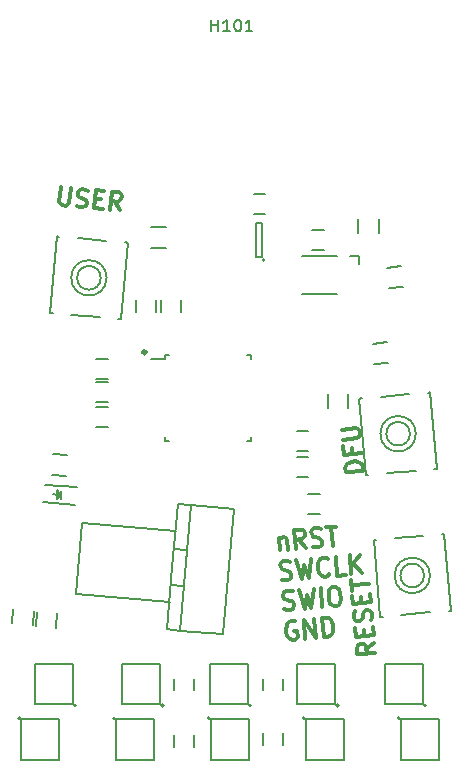
<source format=gto>
G04 #@! TF.FileFunction,Legend,Top*
%FSLAX46Y46*%
G04 Gerber Fmt 4.6, Leading zero omitted, Abs format (unit mm)*
G04 Created by KiCad (PCBNEW 4.0.2-stable) date Thursday, February 23, 2017 'PMt' 11:52:06 PM*
%MOMM*%
G01*
G04 APERTURE LIST*
%ADD10C,0.100000*%
%ADD11C,0.300000*%
%ADD12C,0.150000*%
%ADD13C,0.200000*%
G04 APERTURE END LIST*
D10*
D11*
X77741421Y-108100000D02*
G75*
G03X77741421Y-108100000I-141421J0D01*
G01*
X97065864Y-132711140D02*
X96397875Y-133271491D01*
X97140569Y-133565021D02*
X95646277Y-133695754D01*
X95596473Y-133126501D01*
X95655180Y-132977961D01*
X95720112Y-132900579D01*
X95856200Y-132816971D01*
X96069669Y-132798295D01*
X96218209Y-132857002D01*
X96295590Y-132921932D01*
X96379199Y-133058021D01*
X96429002Y-133627275D01*
X96227111Y-132139208D02*
X96183533Y-131641111D01*
X96947581Y-131359161D02*
X97009835Y-132070729D01*
X95515543Y-132201462D01*
X95453289Y-131489894D01*
X96826622Y-130796133D02*
X96879102Y-130576437D01*
X96847974Y-130220653D01*
X96764367Y-130084565D01*
X96686985Y-130019633D01*
X96538446Y-129960928D01*
X96396133Y-129973378D01*
X96260045Y-130056985D01*
X96195113Y-130134368D01*
X96136408Y-130282907D01*
X96090152Y-130573759D01*
X96031447Y-130722299D01*
X95966515Y-130799680D01*
X95830427Y-130883288D01*
X95688113Y-130895739D01*
X95539575Y-130837033D01*
X95462192Y-130772102D01*
X95378584Y-130636013D01*
X95347457Y-130280230D01*
X95399938Y-130060534D01*
X95984320Y-129364095D02*
X95940742Y-128865997D01*
X96704790Y-128584047D02*
X96767044Y-129295615D01*
X95272752Y-129426349D01*
X95210498Y-128714781D01*
X95173146Y-128287841D02*
X95098441Y-127433959D01*
X96630085Y-127730166D02*
X95135793Y-127860900D01*
X70509949Y-94157582D02*
X70404117Y-95367247D01*
X70462823Y-95515786D01*
X70527754Y-95593169D01*
X70663842Y-95676776D01*
X70948469Y-95701677D01*
X71097009Y-95642972D01*
X71174391Y-95578040D01*
X71257999Y-95441952D01*
X71363831Y-94232287D01*
X71879733Y-95711452D02*
X72086978Y-95801284D01*
X72442762Y-95832411D01*
X72591301Y-95773706D01*
X72668684Y-95708774D01*
X72752291Y-95572686D01*
X72764741Y-95430373D01*
X72706036Y-95281834D01*
X72641104Y-95204451D01*
X72505016Y-95120844D01*
X72226615Y-95024785D01*
X72090526Y-94941178D01*
X72025595Y-94863796D01*
X71966889Y-94715257D01*
X71979340Y-94572943D01*
X72062948Y-94436856D01*
X72140329Y-94371924D01*
X72288869Y-94313217D01*
X72644652Y-94344344D01*
X72851897Y-94434178D01*
X73436279Y-95130617D02*
X73934377Y-95174195D01*
X74079368Y-95975595D02*
X73367800Y-95913341D01*
X73498533Y-94419049D01*
X74210101Y-94481303D01*
X75573660Y-96106329D02*
X75137816Y-95351184D01*
X74719778Y-96031624D02*
X74850512Y-94537332D01*
X75419766Y-94587135D01*
X75555855Y-94670743D01*
X75620785Y-94748126D01*
X75679492Y-94896665D01*
X75660816Y-95110134D01*
X75577207Y-95246223D01*
X75499826Y-95311154D01*
X75351286Y-95369860D01*
X74782032Y-95320057D01*
X96134737Y-118155356D02*
X94640445Y-118286089D01*
X94609318Y-117930305D01*
X94661799Y-117710610D01*
X94791661Y-117555845D01*
X94927749Y-117472238D01*
X95206151Y-117376179D01*
X95419621Y-117357503D01*
X95710474Y-117403758D01*
X95859013Y-117462464D01*
X96013777Y-117592327D01*
X96103610Y-117799572D01*
X96134737Y-118155356D01*
X95177701Y-116231446D02*
X95221279Y-116729543D01*
X96004003Y-116661064D02*
X94509711Y-116791797D01*
X94447457Y-116080229D01*
X94397654Y-115510976D02*
X95607319Y-115405144D01*
X95743407Y-115321537D01*
X95808339Y-115244154D01*
X95867044Y-115095615D01*
X95842143Y-114810988D01*
X95758535Y-114674899D01*
X95681153Y-114609969D01*
X95532614Y-114551262D01*
X94322949Y-114657094D01*
X88993839Y-123831819D02*
X89086805Y-124894427D01*
X89007120Y-123983620D02*
X89071636Y-123901493D01*
X89207310Y-123813142D01*
X89420779Y-123794466D01*
X89569733Y-123857915D01*
X89654171Y-124003491D01*
X89727216Y-124838398D01*
X91292665Y-124701439D02*
X90728163Y-123986011D01*
X90438784Y-124776144D02*
X90299335Y-123182232D01*
X90868588Y-123132429D01*
X91017543Y-123195878D01*
X91095340Y-123265553D01*
X91179778Y-123411129D01*
X91199699Y-123638831D01*
X91141823Y-123796857D01*
X91077307Y-123878983D01*
X90941633Y-123967335D01*
X90372379Y-124017138D01*
X91855278Y-124575735D02*
X92075389Y-124632959D01*
X92431173Y-124601832D01*
X92566846Y-124513480D01*
X92631363Y-124431355D01*
X92689238Y-124273328D01*
X92675957Y-124121527D01*
X92591520Y-123975951D01*
X92513723Y-123906276D01*
X92364769Y-123842827D01*
X92073502Y-123791827D01*
X91924547Y-123728378D01*
X91846750Y-123658702D01*
X91762312Y-123513127D01*
X91749031Y-123361325D01*
X91806907Y-123203299D01*
X91871423Y-123121173D01*
X92007097Y-123032822D01*
X92362880Y-123001695D01*
X92582991Y-123058919D01*
X93003291Y-122945667D02*
X93857172Y-122870962D01*
X93569681Y-124502226D02*
X93430232Y-122908314D01*
X89230383Y-127355086D02*
X89450495Y-127412311D01*
X89806279Y-127381184D01*
X89941951Y-127292832D01*
X90006468Y-127210706D01*
X90064344Y-127052680D01*
X90051063Y-126900879D01*
X89966626Y-126755303D01*
X89888828Y-126685627D01*
X89739874Y-126622178D01*
X89448607Y-126571179D01*
X89299652Y-126507729D01*
X89221855Y-126438054D01*
X89137417Y-126292478D01*
X89124136Y-126140677D01*
X89182013Y-125982650D01*
X89246529Y-125900525D01*
X89382203Y-125812174D01*
X89737986Y-125781047D01*
X89958096Y-125838271D01*
X90449553Y-125718793D02*
X90944787Y-127281577D01*
X91129807Y-126118167D01*
X91514040Y-127231774D01*
X91730375Y-125606735D01*
X93279679Y-126924338D02*
X93215162Y-127006463D01*
X93008332Y-127101040D01*
X92866019Y-127113491D01*
X92645909Y-127056266D01*
X92490313Y-126916916D01*
X92405876Y-126771340D01*
X92308157Y-126473963D01*
X92288236Y-126246262D01*
X92332832Y-125936434D01*
X92390707Y-125778408D01*
X92519740Y-125614156D01*
X92726570Y-125519580D01*
X92868883Y-125507129D01*
X93088994Y-125564353D01*
X93166792Y-125634027D01*
X94644939Y-126957856D02*
X93933371Y-127020110D01*
X93793922Y-125426198D01*
X95143036Y-126914278D02*
X95003587Y-125320366D01*
X95996917Y-126839573D02*
X95276821Y-125984795D01*
X95857468Y-125245662D02*
X95083272Y-126231172D01*
X89451759Y-129885421D02*
X89671871Y-129942646D01*
X90027655Y-129911519D01*
X90163327Y-129823167D01*
X90227844Y-129741041D01*
X90285720Y-129583015D01*
X90272439Y-129431214D01*
X90188002Y-129285638D01*
X90110204Y-129215962D01*
X89961250Y-129152513D01*
X89669983Y-129101514D01*
X89521028Y-129038064D01*
X89443231Y-128968389D01*
X89358793Y-128822813D01*
X89345512Y-128671012D01*
X89403389Y-128512985D01*
X89467905Y-128430860D01*
X89603579Y-128342509D01*
X89959362Y-128311382D01*
X90179472Y-128368606D01*
X90670929Y-128249128D02*
X91166163Y-129811912D01*
X91351183Y-128648502D01*
X91735416Y-129762109D01*
X91951751Y-128137070D01*
X92660455Y-129681179D02*
X92521005Y-128087267D01*
X93517200Y-128000111D02*
X93801827Y-127975210D01*
X93950782Y-128038659D01*
X94106376Y-128178009D01*
X94204094Y-128475386D01*
X94250577Y-129006690D01*
X94205983Y-129316517D01*
X94076950Y-129480769D01*
X93941276Y-129569121D01*
X93656649Y-129594023D01*
X93507695Y-129530573D01*
X93352101Y-129391222D01*
X93254382Y-129093845D01*
X93207899Y-128562542D01*
X93252495Y-128252714D01*
X93381527Y-128088462D01*
X93517200Y-128000111D01*
X90400848Y-130898941D02*
X90251895Y-130835491D01*
X90038424Y-130854168D01*
X89831595Y-130948744D01*
X89702561Y-131112996D01*
X89644686Y-131271022D01*
X89600091Y-131580850D01*
X89620012Y-131808551D01*
X89717731Y-132105928D01*
X89802168Y-132251504D01*
X89957763Y-132390854D01*
X90177873Y-132448079D01*
X90320187Y-132435628D01*
X90527017Y-132341051D01*
X90591534Y-132258926D01*
X90545050Y-131727621D01*
X90260423Y-131752523D01*
X91245225Y-132354698D02*
X91105776Y-130760786D01*
X92099107Y-132279993D01*
X91959657Y-130686082D01*
X92810674Y-132217739D02*
X92671225Y-130623827D01*
X93027009Y-130592700D01*
X93247119Y-130649924D01*
X93402714Y-130789275D01*
X93487152Y-130934850D01*
X93584870Y-131232227D01*
X93604792Y-131459928D01*
X93560196Y-131769756D01*
X93502321Y-131927783D01*
X93373288Y-132092035D01*
X93166458Y-132186612D01*
X92810674Y-132217739D01*
D12*
X79000000Y-103700000D02*
X79000000Y-104700000D01*
X80700000Y-104700000D02*
X80700000Y-103700000D01*
D13*
X71780391Y-128560206D02*
X79749949Y-129257452D01*
X72303326Y-122583038D02*
X80272883Y-123280284D01*
X72303326Y-122583038D02*
X71780391Y-128560206D01*
D12*
X79830773Y-127782885D02*
X80969424Y-127882504D01*
X80096424Y-124746484D02*
X81235074Y-124846103D01*
X81567138Y-121050601D02*
X85236123Y-121371595D01*
X85236123Y-121371595D02*
X84306345Y-131999000D01*
X84306345Y-131999000D02*
X80637360Y-131678006D01*
X80428487Y-120950982D02*
X81567138Y-121050601D01*
X81567138Y-121050601D02*
X80637360Y-131678006D01*
X80637360Y-131678006D02*
X79498710Y-131578387D01*
X79963599Y-126264684D02*
X79498710Y-131578387D01*
X79963599Y-126264684D02*
X80428487Y-120950982D01*
X91500000Y-121850000D02*
X92500000Y-121850000D01*
X92500000Y-120150000D02*
X91500000Y-120150000D01*
X73500000Y-110350000D02*
X74500000Y-110350000D01*
X74500000Y-108650000D02*
X73500000Y-108650000D01*
X73550000Y-114450000D02*
X74550000Y-114450000D01*
X74550000Y-112750000D02*
X73550000Y-112750000D01*
X76900000Y-103700000D02*
X76900000Y-104700000D01*
X78600000Y-104700000D02*
X78600000Y-103700000D01*
X73550000Y-112350000D02*
X74550000Y-112350000D01*
X74550000Y-110650000D02*
X73550000Y-110650000D01*
X91800000Y-99450000D02*
X92800000Y-99450000D01*
X92800000Y-97750000D02*
X91800000Y-97750000D01*
X87850000Y-94750000D02*
X86850000Y-94750000D01*
X86850000Y-96450000D02*
X87850000Y-96450000D01*
X71863559Y-119555888D02*
X69173834Y-119320568D01*
X71732826Y-121050180D02*
X69043100Y-120814860D01*
X70316974Y-120022871D02*
X70295185Y-120271920D01*
X70295185Y-120271920D02*
X70457687Y-120135564D01*
X70522445Y-120542758D02*
X70583454Y-119845421D01*
X70204281Y-120163585D02*
X69855613Y-120133080D01*
X70552949Y-120194090D02*
X70173776Y-120512253D01*
X70173776Y-120512253D02*
X70234786Y-119814917D01*
X70234786Y-119814917D02*
X70552949Y-120194090D01*
X95800000Y-100000000D02*
X95800000Y-100650000D01*
X95050000Y-100000000D02*
X95800000Y-100000000D01*
X90950000Y-100000000D02*
X93950000Y-100000000D01*
X93950000Y-103200000D02*
X90950000Y-103200000D01*
X96926022Y-107380623D02*
X98121456Y-107276036D01*
X98273978Y-109019377D02*
X97078544Y-109123964D01*
X79400000Y-99275000D02*
X78200000Y-99275000D01*
X78200000Y-97525000D02*
X79400000Y-97525000D01*
X70944846Y-118583115D02*
X69749412Y-118478528D01*
X69901934Y-116735187D02*
X71097368Y-116839774D01*
X98146821Y-100952494D02*
X99342255Y-100847907D01*
X99494777Y-102591248D02*
X98299343Y-102695835D01*
X97475000Y-96800000D02*
X97475000Y-98000000D01*
X95725000Y-98000000D02*
X95725000Y-96800000D01*
X79375000Y-108375000D02*
X79375000Y-108675000D01*
X86625000Y-108375000D02*
X86625000Y-108675000D01*
X86625000Y-115625000D02*
X86625000Y-115325000D01*
X79375000Y-115625000D02*
X79375000Y-115325000D01*
X79375000Y-108375000D02*
X79675000Y-108375000D01*
X79375000Y-115625000D02*
X79675000Y-115625000D01*
X86625000Y-115625000D02*
X86325000Y-115625000D01*
X86625000Y-108375000D02*
X86325000Y-108375000D01*
X79375000Y-108675000D02*
X78150000Y-108675000D01*
X87800000Y-100300000D02*
G75*
G03X87800000Y-100300000I-100000J0D01*
G01*
X87050000Y-100050000D02*
X87550000Y-100050000D01*
X87050000Y-97150000D02*
X87050000Y-100050000D01*
X87550000Y-97150000D02*
X87050000Y-97150000D01*
X87550000Y-100050000D02*
X87550000Y-97150000D01*
X91500000Y-114750000D02*
X90500000Y-114750000D01*
X90500000Y-116450000D02*
X91500000Y-116450000D01*
X91500000Y-116950000D02*
X90500000Y-116950000D01*
X90500000Y-118650000D02*
X91500000Y-118650000D01*
X81850000Y-141550000D02*
X81850000Y-140550000D01*
X80150000Y-140550000D02*
X80150000Y-141550000D01*
X89350000Y-141350000D02*
X89350000Y-140350000D01*
X87650000Y-140350000D02*
X87650000Y-141350000D01*
X80150000Y-135750000D02*
X80150000Y-136750000D01*
X81850000Y-136750000D02*
X81850000Y-135750000D01*
X93125000Y-112850000D02*
X93125000Y-111650000D01*
X94875000Y-111650000D02*
X94875000Y-112850000D01*
X70241166Y-130224929D02*
X70136579Y-131420363D01*
X68393238Y-131267841D02*
X68497825Y-130072407D01*
X68241166Y-130024929D02*
X68136579Y-131220363D01*
X66393238Y-131067841D02*
X66497825Y-129872407D01*
X103560559Y-129988916D02*
X103361320Y-130006347D01*
X97583391Y-130511850D02*
X97782630Y-130494419D01*
X97016879Y-124036584D02*
X97216118Y-124019153D01*
X102994047Y-123513650D02*
X102794808Y-123531081D01*
X101200896Y-123670530D02*
X98810029Y-123879704D01*
X101767409Y-130145796D02*
X99376542Y-130354970D01*
X103560559Y-129988916D02*
X102994047Y-123513650D01*
X97016879Y-124036584D02*
X97583391Y-130511850D01*
X101288719Y-127012750D02*
G75*
G03X101288719Y-127012750I-1000000J0D01*
G01*
X101788719Y-127012750D02*
G75*
G03X101788719Y-127012750I-1500000J0D01*
G01*
X95816879Y-112036584D02*
X96016118Y-112019153D01*
X101794047Y-111513650D02*
X101594808Y-111531081D01*
X102360559Y-117988916D02*
X102161320Y-118006347D01*
X96383391Y-118511850D02*
X96582630Y-118494419D01*
X98176542Y-118354970D02*
X100567409Y-118145796D01*
X97610029Y-111879704D02*
X100000896Y-111670530D01*
X95816879Y-112036584D02*
X96383391Y-118511850D01*
X102360559Y-117988916D02*
X101794047Y-111513650D01*
X100088719Y-115012750D02*
G75*
G03X100088719Y-115012750I-1000000J0D01*
G01*
X100588719Y-115012750D02*
G75*
G03X100588719Y-115012750I-1500000J0D01*
G01*
X75616609Y-105311850D02*
X75417370Y-105294419D01*
X69639441Y-104788916D02*
X69838680Y-104806347D01*
X70205953Y-98313650D02*
X70405192Y-98331081D01*
X76183121Y-98836584D02*
X75983882Y-98819153D01*
X74389971Y-98679704D02*
X71999104Y-98470530D01*
X73823458Y-105154970D02*
X71432591Y-104945796D01*
X75616609Y-105311850D02*
X76183121Y-98836584D01*
X70205953Y-98313650D02*
X69639441Y-104788916D01*
X73911281Y-101812750D02*
G75*
G03X73911281Y-101812750I-1000000J0D01*
G01*
X74411281Y-101812750D02*
G75*
G03X74411281Y-101812750I-1500000J0D01*
G01*
X86351110Y-134530000D02*
X86351110Y-137930000D01*
X83151110Y-134530000D02*
X86351110Y-134530000D01*
X83151110Y-137930000D02*
X83151110Y-134530000D01*
X86351110Y-137930000D02*
X83151110Y-137930000D01*
D13*
X86651110Y-138030000D02*
G75*
G03X86651110Y-138030000I-100000J0D01*
G01*
D12*
X67200000Y-142600000D02*
X67200000Y-139200000D01*
X70400000Y-142600000D02*
X67200000Y-142600000D01*
X70400000Y-139200000D02*
X70400000Y-142600000D01*
X67200000Y-139200000D02*
X70400000Y-139200000D01*
D13*
X67100000Y-139100000D02*
G75*
G03X67100000Y-139100000I-100000J0D01*
G01*
D12*
X101162220Y-134530000D02*
X101162220Y-137930000D01*
X97962220Y-134530000D02*
X101162220Y-134530000D01*
X97962220Y-137930000D02*
X97962220Y-134530000D01*
X101162220Y-137930000D02*
X97962220Y-137930000D01*
D13*
X101462220Y-138030000D02*
G75*
G03X101462220Y-138030000I-100000J0D01*
G01*
D12*
X75237500Y-142600000D02*
X75237500Y-139200000D01*
X78437500Y-142600000D02*
X75237500Y-142600000D01*
X78437500Y-139200000D02*
X78437500Y-142600000D01*
X75237500Y-139200000D02*
X78437500Y-139200000D01*
D13*
X75137500Y-139100000D02*
G75*
G03X75137500Y-139100000I-100000J0D01*
G01*
D12*
X93756665Y-134530000D02*
X93756665Y-137930000D01*
X90556665Y-134530000D02*
X93756665Y-134530000D01*
X90556665Y-137930000D02*
X90556665Y-134530000D01*
X93756665Y-137930000D02*
X90556665Y-137930000D01*
D13*
X94056665Y-138030000D02*
G75*
G03X94056665Y-138030000I-100000J0D01*
G01*
D12*
X83275000Y-142600000D02*
X83275000Y-139200000D01*
X86475000Y-142600000D02*
X83275000Y-142600000D01*
X86475000Y-139200000D02*
X86475000Y-142600000D01*
X83275000Y-139200000D02*
X86475000Y-139200000D01*
D13*
X83175000Y-139100000D02*
G75*
G03X83175000Y-139100000I-100000J0D01*
G01*
D12*
X91312500Y-142600000D02*
X91312500Y-139200000D01*
X94512500Y-142600000D02*
X91312500Y-142600000D01*
X94512500Y-139200000D02*
X94512500Y-142600000D01*
X91312500Y-139200000D02*
X94512500Y-139200000D01*
D13*
X91212500Y-139100000D02*
G75*
G03X91212500Y-139100000I-100000J0D01*
G01*
D12*
X78945555Y-134530000D02*
X78945555Y-137930000D01*
X75745555Y-134530000D02*
X78945555Y-134530000D01*
X75745555Y-137930000D02*
X75745555Y-134530000D01*
X78945555Y-137930000D02*
X75745555Y-137930000D01*
D13*
X79245555Y-138030000D02*
G75*
G03X79245555Y-138030000I-100000J0D01*
G01*
D12*
X99350000Y-142600000D02*
X99350000Y-139200000D01*
X102550000Y-142600000D02*
X99350000Y-142600000D01*
X102550000Y-139200000D02*
X102550000Y-142600000D01*
X99350000Y-139200000D02*
X102550000Y-139200000D01*
D13*
X99250000Y-139100000D02*
G75*
G03X99250000Y-139100000I-100000J0D01*
G01*
D12*
X71540000Y-134530000D02*
X71540000Y-137930000D01*
X68340000Y-134530000D02*
X71540000Y-134530000D01*
X68340000Y-137930000D02*
X68340000Y-134530000D01*
X71540000Y-137930000D02*
X68340000Y-137930000D01*
D13*
X71840000Y-138030000D02*
G75*
G03X71840000Y-138030000I-100000J0D01*
G01*
D12*
X87650000Y-135750000D02*
X87650000Y-136750000D01*
X89350000Y-136750000D02*
X89350000Y-135750000D01*
X83285714Y-80952381D02*
X83285714Y-79952381D01*
X83285714Y-80428571D02*
X83857143Y-80428571D01*
X83857143Y-80952381D02*
X83857143Y-79952381D01*
X84857143Y-80952381D02*
X84285714Y-80952381D01*
X84571428Y-80952381D02*
X84571428Y-79952381D01*
X84476190Y-80095238D01*
X84380952Y-80190476D01*
X84285714Y-80238095D01*
X85476190Y-79952381D02*
X85571429Y-79952381D01*
X85666667Y-80000000D01*
X85714286Y-80047619D01*
X85761905Y-80142857D01*
X85809524Y-80333333D01*
X85809524Y-80571429D01*
X85761905Y-80761905D01*
X85714286Y-80857143D01*
X85666667Y-80904762D01*
X85571429Y-80952381D01*
X85476190Y-80952381D01*
X85380952Y-80904762D01*
X85333333Y-80857143D01*
X85285714Y-80761905D01*
X85238095Y-80571429D01*
X85238095Y-80333333D01*
X85285714Y-80142857D01*
X85333333Y-80047619D01*
X85380952Y-80000000D01*
X85476190Y-79952381D01*
X86761905Y-80952381D02*
X86190476Y-80952381D01*
X86476190Y-80952381D02*
X86476190Y-79952381D01*
X86380952Y-80095238D01*
X86285714Y-80190476D01*
X86190476Y-80238095D01*
M02*

</source>
